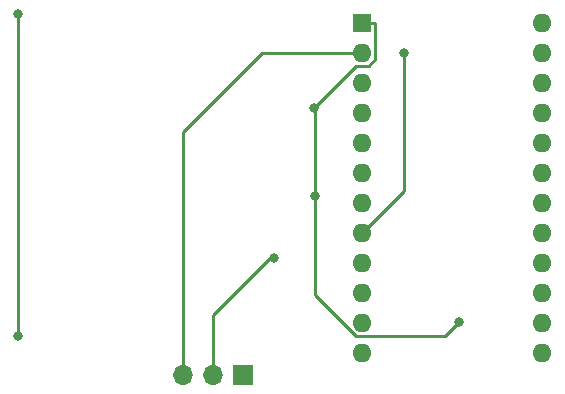
<source format=gbr>
G04 #@! TF.GenerationSoftware,KiCad,Pcbnew,(5.1.5)-3*
G04 #@! TF.CreationDate,2020-01-25T10:14:26-08:00*
G04 #@! TF.ProjectId,sdInterface,7364496e-7465-4726-9661-63652e6b6963,rev?*
G04 #@! TF.SameCoordinates,Original*
G04 #@! TF.FileFunction,Copper,L2,Bot*
G04 #@! TF.FilePolarity,Positive*
%FSLAX46Y46*%
G04 Gerber Fmt 4.6, Leading zero omitted, Abs format (unit mm)*
G04 Created by KiCad (PCBNEW (5.1.5)-3) date 2020-01-25 10:14:26*
%MOMM*%
%LPD*%
G04 APERTURE LIST*
%ADD10R,1.600000X1.600000*%
%ADD11O,1.600000X1.600000*%
%ADD12R,1.700000X1.700000*%
%ADD13O,1.700000X1.700000*%
%ADD14C,0.800000*%
%ADD15C,0.250000*%
G04 APERTURE END LIST*
D10*
X101500000Y-70800000D03*
D11*
X116740000Y-98740000D03*
X101500000Y-73340000D03*
X116740000Y-96200000D03*
X101500000Y-75880000D03*
X116740000Y-93660000D03*
X101500000Y-78420000D03*
X116740000Y-91120000D03*
X101500000Y-80960000D03*
X116740000Y-88580000D03*
X101500000Y-83500000D03*
X116740000Y-86040000D03*
X101500000Y-86040000D03*
X116740000Y-83500000D03*
X101500000Y-88580000D03*
X116740000Y-80960000D03*
X101500000Y-91120000D03*
X116740000Y-78420000D03*
X101500000Y-93660000D03*
X116740000Y-75880000D03*
X101500000Y-96200000D03*
X116740000Y-73340000D03*
X101500000Y-98740000D03*
X116740000Y-70800000D03*
D12*
X91400000Y-100600000D03*
D13*
X88860000Y-100600000D03*
X86320000Y-100600000D03*
D14*
X97400000Y-78000000D03*
X97500000Y-85500000D03*
X109700000Y-96150000D03*
X94000000Y-90700000D03*
X105000000Y-73400000D03*
X72400000Y-97300000D03*
X72375000Y-70050000D03*
D15*
X100934999Y-74465001D02*
X97400000Y-78000000D01*
X102550000Y-70800000D02*
X102625001Y-70875001D01*
X101500000Y-70800000D02*
X102550000Y-70800000D01*
X102625001Y-70875001D02*
X102625001Y-73880001D01*
X102625001Y-73880001D02*
X102040001Y-74465001D01*
X102040001Y-74465001D02*
X100934999Y-74465001D01*
X97500000Y-78100000D02*
X97400000Y-78000000D01*
X97500000Y-85500000D02*
X97500000Y-78100000D01*
X108524999Y-97325001D02*
X109700000Y-96150000D01*
X100959999Y-97325001D02*
X108524999Y-97325001D01*
X97500000Y-93865002D02*
X100959999Y-97325001D01*
X97500000Y-85500000D02*
X97500000Y-93865002D01*
X88860000Y-100600000D02*
X88860000Y-95549998D01*
X93709998Y-90700000D02*
X94000000Y-90700000D01*
X88860000Y-95549998D02*
X93709998Y-90700000D01*
X105000000Y-85080000D02*
X101500000Y-88580000D01*
X105000000Y-73400000D02*
X105000000Y-85080000D01*
X72400000Y-97300000D02*
X72400000Y-70075000D01*
X72400000Y-70075000D02*
X72375000Y-70050000D01*
X86320000Y-100600000D02*
X86320000Y-80080000D01*
X93060000Y-73340000D02*
X101500000Y-73340000D01*
X86320000Y-80080000D02*
X93060000Y-73340000D01*
M02*

</source>
